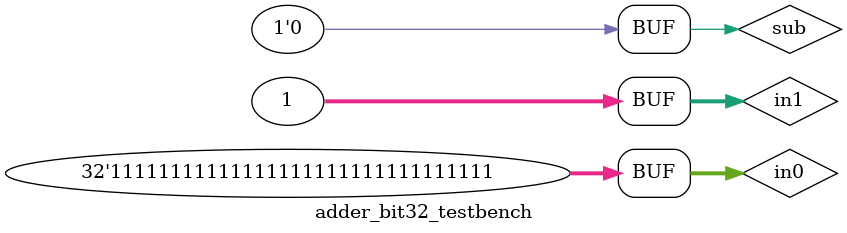
<source format=sv>
/*

Testbench code for the adder_bit32 module

*/

module adder_bit32_testbench();
    logic [31:0] in0, in1, out;
    logic sub, cout;

    adder_bit32 dut(.in0, .in1, .sub, .out, .cout);

    initial begin
        $dumpfile("testbench_vcd/adder_bit32_testbench.vcd");
        $dumpvars(0, adder_bit32_testbench);
        in0 = 6; in1 = 5; sub = 1; #10;
        in0 = 543; in1 = 675; sub = 0; #10;
        in0 = 543; in1 = 675; sub = 1; #10;
        in0 = 675; in1 = 543; sub = 1; #10;
        in0 = -32; in1 = 45; sub = 0; #10;
        in0 = -32; in1 = 45; sub = 1; #10;
        in0 = 1; in1 = -1; sub = 0; #10;
        in0 = 1; in1 = -1; sub = 1; #10;
        in0 = 32'b11111111111111111111111111111111; in1 = 1; sub = 0; #10;
    end
endmodule
</source>
